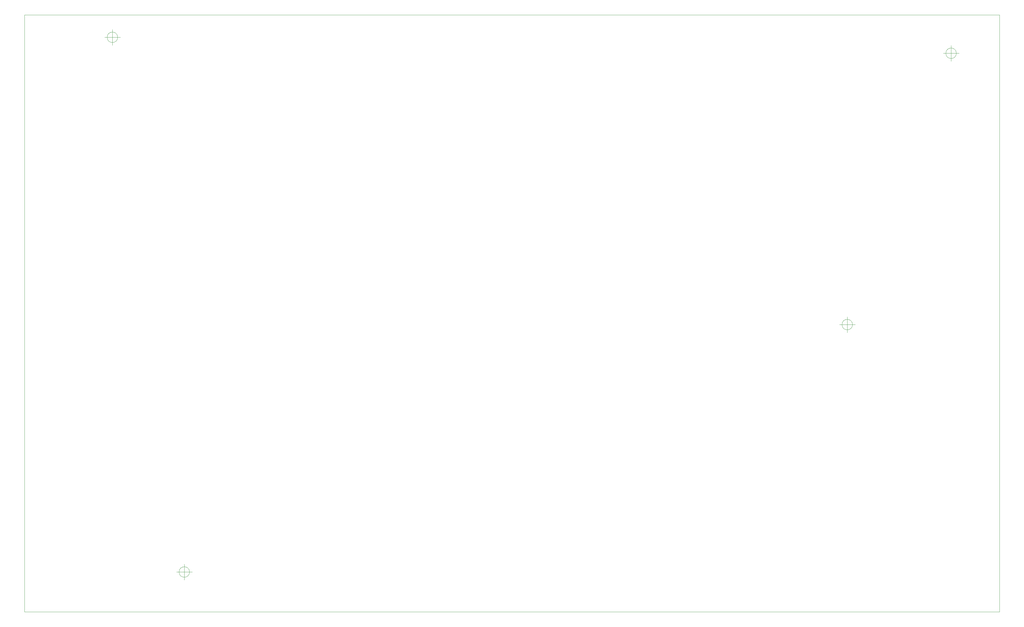
<source format=gbr>
%TF.GenerationSoftware,KiCad,Pcbnew,(5.99.0-12829-gf2783a86e0)*%
%TF.CreationDate,2021-10-22T13:46:50+03:00*%
%TF.ProjectId,stend_main,7374656e-645f-46d6-9169-6e2e6b696361,rev*%
%TF.SameCoordinates,PX258bd10PYee998b0*%
%TF.FileFunction,Profile,NP*%
%FSLAX46Y46*%
G04 Gerber Fmt 4.6, Leading zero omitted, Abs format (unit mm)*
G04 Created by KiCad (PCBNEW (5.99.0-12829-gf2783a86e0)) date 2021-10-22 13:46:50*
%MOMM*%
%LPD*%
G01*
G04 APERTURE LIST*
%TA.AperFunction,Profile*%
%ADD10C,0.100000*%
%TD*%
G04 APERTURE END LIST*
D10*
X296306666Y177800000D02*
G75*
G03*
X296306666Y177800000I-1666666J0D01*
G01*
X292140000Y177800000D02*
X297140000Y177800000D01*
X294640000Y180300000D02*
X294640000Y175300000D01*
X263286666Y91440000D02*
G75*
G03*
X263286666Y91440000I-1666666J0D01*
G01*
X259120000Y91440000D02*
X264120000Y91440000D01*
X261620000Y93940000D02*
X261620000Y88940000D01*
X52466666Y12700000D02*
G75*
G03*
X52466666Y12700000I-1666666J0D01*
G01*
X48300000Y12700000D02*
X53300000Y12700000D01*
X50800000Y15200000D02*
X50800000Y10200000D01*
X29606666Y182880000D02*
G75*
G03*
X29606666Y182880000I-1666666J0D01*
G01*
X25440000Y182880000D02*
X30440000Y182880000D01*
X27940000Y185380000D02*
X27940000Y180380000D01*
%TO.C,PCB1*%
X310000000Y190000000D02*
X310000000Y0D01*
X0Y0D02*
X0Y190000000D01*
X0Y190000000D02*
X310000000Y190000000D01*
X310000000Y0D02*
X0Y0D01*
%TD*%
M02*

</source>
